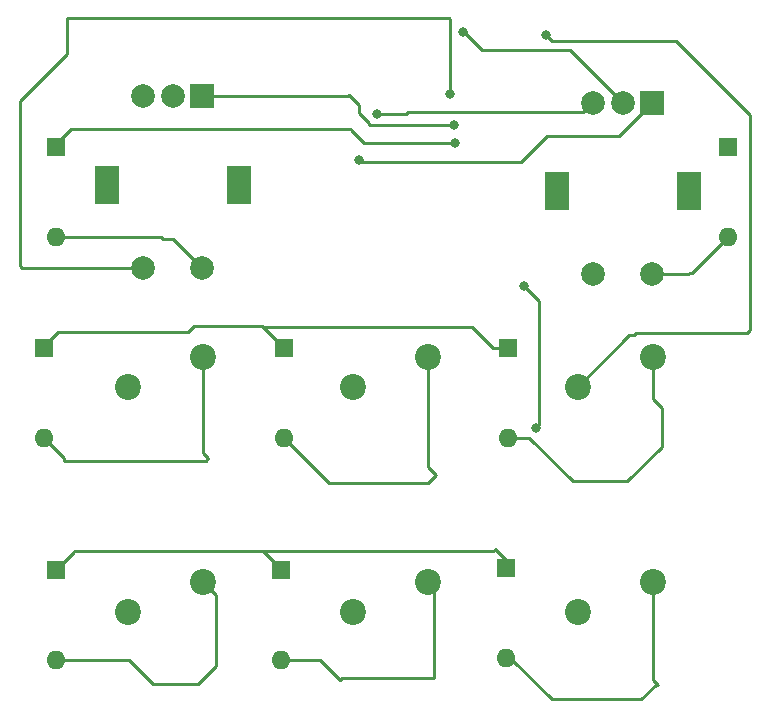
<source format=gtl>
%TF.GenerationSoftware,KiCad,Pcbnew,7.0.11*%
%TF.CreationDate,2024-02-27T10:57:45-05:00*%
%TF.ProjectId,MacropadPCB,4d616372-6f70-4616-9450-43422e6b6963,rev?*%
%TF.SameCoordinates,Original*%
%TF.FileFunction,Copper,L1,Top*%
%TF.FilePolarity,Positive*%
%FSLAX46Y46*%
G04 Gerber Fmt 4.6, Leading zero omitted, Abs format (unit mm)*
G04 Created by KiCad (PCBNEW 7.0.11) date 2024-02-27 10:57:45*
%MOMM*%
%LPD*%
G01*
G04 APERTURE LIST*
%TA.AperFunction,ComponentPad*%
%ADD10C,2.200000*%
%TD*%
%TA.AperFunction,ComponentPad*%
%ADD11R,1.600000X1.600000*%
%TD*%
%TA.AperFunction,ComponentPad*%
%ADD12O,1.600000X1.600000*%
%TD*%
%TA.AperFunction,ComponentPad*%
%ADD13R,2.000000X2.000000*%
%TD*%
%TA.AperFunction,ComponentPad*%
%ADD14C,2.000000*%
%TD*%
%TA.AperFunction,ComponentPad*%
%ADD15R,2.000000X3.200000*%
%TD*%
%TA.AperFunction,ViaPad*%
%ADD16C,0.800000*%
%TD*%
%TA.AperFunction,Conductor*%
%ADD17C,0.250000*%
%TD*%
G04 APERTURE END LIST*
D10*
%TO.P,SW5,1,A*%
%TO.N,Net-(D5-A)*%
X114300000Y-95250000D03*
%TO.P,SW5,2,B*%
%TO.N,Col 1*%
X107950000Y-97790000D03*
%TD*%
%TO.P,SW1,1,A*%
%TO.N,Net-(D2-A)*%
X114300000Y-76200000D03*
%TO.P,SW1,2,B*%
%TO.N,Col 1*%
X107950000Y-78740000D03*
%TD*%
D11*
%TO.P,D2,1,K*%
%TO.N,Row 0*%
X102108000Y-75438000D03*
D12*
%TO.P,D2,2,A*%
%TO.N,Net-(D2-A)*%
X102108000Y-83058000D03*
%TD*%
D10*
%TO.P,SW3,1,A*%
%TO.N,Net-(D3-A)*%
X133350000Y-76200000D03*
%TO.P,SW3,2,B*%
%TO.N,Col 2*%
X127000000Y-78740000D03*
%TD*%
D13*
%TO.P,SW10,A,A*%
%TO.N,ENC_A1*%
X133300000Y-54700000D03*
D14*
%TO.P,SW10,B,B*%
%TO.N,ENC_B1*%
X128300000Y-54700000D03*
%TO.P,SW10,C,C*%
%TO.N,GND*%
X130800000Y-54700000D03*
D15*
%TO.P,SW10,MP*%
%TO.N,N/C*%
X136400000Y-62200000D03*
X125200000Y-62200000D03*
D14*
%TO.P,SW10,S1,S1*%
%TO.N,Col 2*%
X128300000Y-69200000D03*
%TO.P,SW10,S2,S2*%
%TO.N,Net-(D10-A)*%
X133300000Y-69200000D03*
%TD*%
D12*
%TO.P,D1,2,A*%
%TO.N,Net-(D1-A)*%
X81788000Y-83058000D03*
D11*
%TO.P,D1,1,K*%
%TO.N,Row 0*%
X81788000Y-75438000D03*
%TD*%
D10*
%TO.P,SW4,1,A*%
%TO.N,Net-(D4-A)*%
X95250000Y-95250000D03*
%TO.P,SW4,2,B*%
%TO.N,Col 0*%
X88900000Y-97790000D03*
%TD*%
D13*
%TO.P,SW11,A,A*%
%TO.N,ENC_A0*%
X95200000Y-54175000D03*
D14*
%TO.P,SW11,B,B*%
%TO.N,ENC_B0*%
X90200000Y-54175000D03*
%TO.P,SW11,C,C*%
%TO.N,GND*%
X92700000Y-54175000D03*
D15*
%TO.P,SW11,MP*%
%TO.N,N/C*%
X98300000Y-61675000D03*
X87100000Y-61675000D03*
D14*
%TO.P,SW11,S1,S1*%
%TO.N,Col 0*%
X90200000Y-68675000D03*
%TO.P,SW11,S2,S2*%
%TO.N,Net-(D11-A)*%
X95200000Y-68675000D03*
%TD*%
D11*
%TO.P,D10,1,K*%
%TO.N,Row 2*%
X139700000Y-58440000D03*
D12*
%TO.P,D10,2,A*%
%TO.N,Net-(D10-A)*%
X139700000Y-66060000D03*
%TD*%
D11*
%TO.P,D4,1,K*%
%TO.N,Row 1*%
X82804000Y-94234000D03*
D12*
%TO.P,D4,2,A*%
%TO.N,Net-(D4-A)*%
X82804000Y-101854000D03*
%TD*%
D11*
%TO.P,D11,1,K*%
%TO.N,Row 2*%
X82804000Y-58440000D03*
D12*
%TO.P,D11,2,A*%
%TO.N,Net-(D11-A)*%
X82804000Y-66060000D03*
%TD*%
D11*
%TO.P,D5,1,K*%
%TO.N,Row 1*%
X101825000Y-94234000D03*
D12*
%TO.P,D5,2,A*%
%TO.N,Net-(D5-A)*%
X101825000Y-101854000D03*
%TD*%
D11*
%TO.P,D3,1,K*%
%TO.N,Row 0*%
X121050000Y-75438000D03*
D12*
%TO.P,D3,2,A*%
%TO.N,Net-(D3-A)*%
X121050000Y-83058000D03*
%TD*%
D10*
%TO.P,SW2,1,A*%
%TO.N,Net-(D1-A)*%
X95250000Y-76200000D03*
%TO.P,SW2,2,B*%
%TO.N,Col 0*%
X88900000Y-78740000D03*
%TD*%
D11*
%TO.P,D6,1,K*%
%TO.N,Row 1*%
X120950000Y-94065000D03*
D12*
%TO.P,D6,2,A*%
%TO.N,Net-(D6-A)*%
X120950000Y-101685000D03*
%TD*%
D10*
%TO.P,SW6,1,A*%
%TO.N,Net-(D6-A)*%
X133350000Y-95250000D03*
%TO.P,SW6,2,B*%
%TO.N,Col 2*%
X127000000Y-97790000D03*
%TD*%
D16*
%TO.N,Row 1*%
X122436578Y-70229700D03*
X123440758Y-82211413D03*
%TO.N,Row 2*%
X116625000Y-58100000D03*
%TO.N,ENC_A1*%
X108500000Y-59575000D03*
%TO.N,ENC_B1*%
X110025000Y-55650000D03*
%TO.N,GND*%
X117300000Y-48725000D03*
%TO.N,ENC_A0*%
X116525000Y-56600000D03*
%TO.N,Col 0*%
X116175000Y-54000000D03*
%TO.N,Col 2*%
X124275000Y-48975000D03*
%TD*%
D17*
%TO.N,Row 1*%
X123440758Y-82211413D02*
X123700000Y-81952171D01*
X123700000Y-81952171D02*
X123700000Y-71525000D01*
X123700000Y-71525000D02*
X122425000Y-70250000D01*
%TO.N,Row 0*%
X118075000Y-73725000D02*
X119788000Y-75438000D01*
X94025000Y-74100000D02*
X94500000Y-73625000D01*
X100422500Y-73752500D02*
X100450000Y-73725000D01*
X119788000Y-75438000D02*
X121412000Y-75438000D01*
X83000000Y-74100000D02*
X94025000Y-74100000D01*
X100295000Y-73625000D02*
X100422500Y-73752500D01*
X100422500Y-73752500D02*
X102108000Y-75438000D01*
X94500000Y-73625000D02*
X100295000Y-73625000D01*
X100450000Y-73725000D02*
X118075000Y-73725000D01*
X81788000Y-75312000D02*
X83000000Y-74100000D01*
X81788000Y-75438000D02*
X81788000Y-75312000D01*
%TO.N,Net-(D1-A)*%
X81788000Y-83058000D02*
X83525000Y-84795000D01*
X95250000Y-84350000D02*
X95250000Y-76200000D01*
X95475000Y-85025000D02*
X95700000Y-84800000D01*
X83525000Y-85025000D02*
X95475000Y-85025000D01*
X95700000Y-84800000D02*
X95250000Y-84350000D01*
X83525000Y-84795000D02*
X83525000Y-85025000D01*
%TO.N,Net-(D2-A)*%
X114350000Y-86875000D02*
X115000000Y-86225000D01*
X102108000Y-83058000D02*
X105925000Y-86875000D01*
X105925000Y-86875000D02*
X114350000Y-86875000D01*
X114300000Y-85525000D02*
X114300000Y-76200000D01*
X115000000Y-86225000D02*
X114300000Y-85525000D01*
%TO.N,Net-(D3-A)*%
X134100000Y-80575000D02*
X133350000Y-79825000D01*
X131200000Y-86750000D02*
X134100000Y-83850000D01*
X121412000Y-83058000D02*
X122858000Y-83058000D01*
X126550000Y-86750000D02*
X131200000Y-86750000D01*
X133350000Y-79825000D02*
X133350000Y-76200000D01*
X122858000Y-83058000D02*
X126550000Y-86750000D01*
X134100000Y-83850000D02*
X134100000Y-80575000D01*
%TO.N,Row 1*%
X119875000Y-92625000D02*
X119975000Y-92525000D01*
X100350000Y-92625000D02*
X101959000Y-94234000D01*
X84325000Y-92625000D02*
X100350000Y-92625000D01*
X84325000Y-92713000D02*
X84325000Y-92625000D01*
X121412000Y-93962000D02*
X121412000Y-94234000D01*
X119975000Y-92525000D02*
X121412000Y-93962000D01*
X82804000Y-94234000D02*
X84325000Y-92713000D01*
X101959000Y-94234000D02*
X102108000Y-94234000D01*
X100350000Y-92625000D02*
X119875000Y-92625000D01*
%TO.N,Net-(D4-A)*%
X94875000Y-103900000D02*
X91050000Y-103900000D01*
X96350000Y-96350000D02*
X96350000Y-102425000D01*
X96350000Y-102425000D02*
X94875000Y-103900000D01*
X89004000Y-101854000D02*
X82804000Y-101854000D01*
X91050000Y-103900000D02*
X89004000Y-101854000D01*
X95250000Y-95250000D02*
X96350000Y-96350000D01*
%TO.N,Net-(D5-A)*%
X114800000Y-95750000D02*
X114800000Y-103400000D01*
X114800000Y-103400000D02*
X107050000Y-103400000D01*
X114300000Y-95250000D02*
X114800000Y-95750000D01*
X105154000Y-101854000D02*
X102108000Y-101854000D01*
X107050000Y-103400000D02*
X106875000Y-103575000D01*
X106875000Y-103575000D02*
X105154000Y-101854000D01*
%TO.N,Net-(D6-A)*%
X133600000Y-103975000D02*
X133750000Y-103975000D01*
X124783000Y-105225000D02*
X132350000Y-105225000D01*
X133750000Y-103975000D02*
X133350000Y-103575000D01*
X133350000Y-103575000D02*
X133350000Y-95250000D01*
X121412000Y-101854000D02*
X124783000Y-105225000D01*
X132350000Y-105225000D02*
X133600000Y-103975000D01*
%TO.N,Row 2*%
X108925000Y-58125000D02*
X111800000Y-58125000D01*
X107750000Y-56950000D02*
X107825000Y-57025000D01*
X107825000Y-57025000D02*
X108925000Y-58125000D01*
X82804000Y-58221000D02*
X84075000Y-56950000D01*
X82804000Y-58440000D02*
X82804000Y-58221000D01*
X111800000Y-58125000D02*
X116625000Y-58100000D01*
X84075000Y-56950000D02*
X107750000Y-56950000D01*
X116625000Y-58100000D02*
X116600000Y-58125000D01*
%TO.N,ENC_A1*%
X125700000Y-57525000D02*
X124375000Y-57525000D01*
X108500000Y-59575000D02*
X108500000Y-59525000D01*
X122200000Y-59700000D02*
X108675000Y-59700000D01*
X124375000Y-57525000D02*
X122200000Y-59700000D01*
X130475000Y-57525000D02*
X125700000Y-57525000D01*
X133300000Y-54700000D02*
X130475000Y-57525000D01*
X108550000Y-59575000D02*
X108500000Y-59575000D01*
X108675000Y-59700000D02*
X108550000Y-59575000D01*
X108500000Y-59525000D02*
X108475000Y-59500000D01*
%TO.N,Net-(D10-A)*%
X139700000Y-66060000D02*
X136635000Y-69125000D01*
X136450000Y-69125000D02*
X136375000Y-69200000D01*
X136635000Y-69125000D02*
X136450000Y-69125000D01*
X136375000Y-69200000D02*
X133300000Y-69200000D01*
%TO.N,Net-(D11-A)*%
X92750000Y-66225000D02*
X95200000Y-68675000D01*
X82804000Y-66060000D02*
X91710000Y-66060000D01*
X91875000Y-66225000D02*
X92750000Y-66225000D01*
X91710000Y-66060000D02*
X91875000Y-66225000D01*
%TO.N,ENC_B1*%
X127475000Y-55525000D02*
X112600000Y-55525000D01*
X128300000Y-54700000D02*
X127475000Y-55525000D01*
X110100000Y-55675000D02*
X110125000Y-55675000D01*
X112600000Y-55525000D02*
X112450000Y-55675000D01*
X112450000Y-55675000D02*
X110150000Y-55675000D01*
X110150000Y-55675000D02*
X110025000Y-55650000D01*
X110025000Y-55650000D02*
X110100000Y-55675000D01*
%TO.N,GND*%
X126300000Y-50200000D02*
X122875000Y-50200000D01*
X117375000Y-48725000D02*
X117300000Y-48725000D01*
X122875000Y-50200000D02*
X118850000Y-50200000D01*
X118850000Y-50200000D02*
X117375000Y-48725000D01*
X117300000Y-48650000D02*
X117362500Y-48712500D01*
X130800000Y-54700000D02*
X126300000Y-50200000D01*
X117300000Y-48725000D02*
X117300000Y-48650000D01*
%TO.N,ENC_A0*%
X107650000Y-54050000D02*
X108500000Y-54900000D01*
X108500000Y-54900000D02*
X108500000Y-55600000D01*
X109350000Y-56600000D02*
X116525000Y-56600000D01*
X108500000Y-55600000D02*
X109350000Y-56450000D01*
X95200000Y-54175000D02*
X107525000Y-54175000D01*
X109350000Y-56450000D02*
X109350000Y-56600000D01*
X107525000Y-54175000D02*
X107650000Y-54050000D01*
%TO.N,Col 0*%
X79750000Y-54575000D02*
X79750000Y-68525000D01*
X83800000Y-47525000D02*
X83775000Y-47550000D01*
X79900000Y-68675000D02*
X90200000Y-68675000D01*
X116100000Y-47525000D02*
X83800000Y-47525000D01*
X116175000Y-54000000D02*
X116175000Y-47600000D01*
X79750000Y-68525000D02*
X79900000Y-68675000D01*
X116175000Y-47600000D02*
X116100000Y-47525000D01*
X83775000Y-50550000D02*
X79750000Y-54575000D01*
X83775000Y-47550000D02*
X83775000Y-50550000D01*
%TO.N,Col 2*%
X124275000Y-48975000D02*
X124275000Y-48950000D01*
X141550000Y-57550000D02*
X141550000Y-55800000D01*
X141550000Y-55800000D02*
X141575000Y-55775000D01*
X135275000Y-49475000D02*
X134475000Y-49475000D01*
X131900000Y-74200000D02*
X141300000Y-74200000D01*
X124800000Y-49475000D02*
X124300000Y-48975000D01*
X124275000Y-48950000D02*
X124325000Y-49000000D01*
X141550000Y-73950000D02*
X141550000Y-57550000D01*
X131725000Y-74375000D02*
X131900000Y-74200000D01*
X127000000Y-78740000D02*
X131365000Y-74375000D01*
X141300000Y-74200000D02*
X141550000Y-73950000D01*
X134475000Y-49475000D02*
X124800000Y-49475000D01*
X131365000Y-74375000D02*
X131725000Y-74375000D01*
X141575000Y-55775000D02*
X135275000Y-49475000D01*
X124300000Y-48975000D02*
X124275000Y-48975000D01*
%TD*%
M02*

</source>
